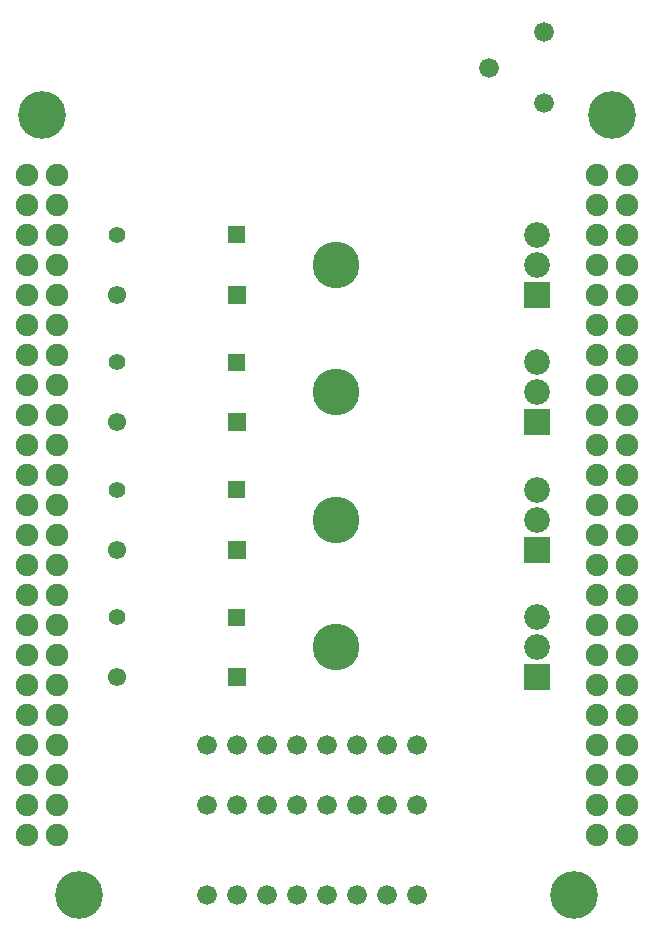
<source format=gbr>
G04 start of page 7 for group -4062 idx -4062 *
G04 Title: (unknown), soldermask *
G04 Creator: pcb 4.0.2 *
G04 CreationDate: Fri Mar 27 01:18:50 2020 UTC *
G04 For: kevin *
G04 Format: Gerber/RS-274X *
G04 PCB-Dimensions (mil): 6000.00 5000.00 *
G04 PCB-Coordinate-Origin: lower left *
%MOIN*%
%FSLAX25Y25*%
%LNBOTTOMMASK*%
%ADD64C,0.1590*%
%ADD63C,0.0860*%
%ADD62C,0.0660*%
%ADD61C,0.0750*%
%ADD60C,0.1560*%
%ADD59C,0.0560*%
%ADD58C,0.0610*%
%ADD57C,0.0001*%
G54D57*G36*
X86950Y243050D02*Y236950D01*
X93050D01*
Y243050D01*
X86950D01*
G37*
G54D58*X50000Y240000D03*
G54D57*G36*
X87200Y262800D02*Y257200D01*
X92800D01*
Y262800D01*
X87200D01*
G37*
G54D59*X50000Y260000D03*
G54D57*G36*
X86950Y200550D02*Y194450D01*
X93050D01*
Y200550D01*
X86950D01*
G37*
G36*
X87200Y177800D02*Y172200D01*
X92800D01*
Y177800D01*
X87200D01*
G37*
G36*
X86950Y158050D02*Y151950D01*
X93050D01*
Y158050D01*
X86950D01*
G37*
G36*
X87200Y220300D02*Y214700D01*
X92800D01*
Y220300D01*
X87200D01*
G37*
G54D60*X123000Y165000D03*
Y207500D03*
G54D61*X30000Y280000D03*
X20000D03*
Y270000D03*
Y260000D03*
Y250000D03*
Y240000D03*
Y230000D03*
Y220000D03*
X30000Y270000D03*
Y260000D03*
Y250000D03*
Y240000D03*
Y230000D03*
Y220000D03*
G54D58*X50000Y197500D03*
G54D59*Y175000D03*
G54D58*Y155000D03*
G54D59*Y217500D03*
G54D61*X20000Y210000D03*
X30000D03*
Y200000D03*
Y190000D03*
Y180000D03*
X20000Y200000D03*
Y190000D03*
Y180000D03*
Y170000D03*
Y160000D03*
Y150000D03*
Y140000D03*
X30000Y170000D03*
Y160000D03*
Y150000D03*
Y140000D03*
G54D62*X150000Y90000D03*
G54D57*G36*
X185700Y159300D02*Y150700D01*
X194300D01*
Y159300D01*
X185700D01*
G37*
G54D63*X190000Y165000D03*
G54D57*G36*
X185700Y116800D02*Y108200D01*
X194300D01*
Y116800D01*
X185700D01*
G37*
G54D63*X190000Y122500D03*
Y132500D03*
G54D57*G36*
X87200Y135300D02*Y129700D01*
X92800D01*
Y135300D01*
X87200D01*
G37*
G36*
X86950Y115550D02*Y109450D01*
X93050D01*
Y115550D01*
X86950D01*
G37*
G54D59*X50000Y132500D03*
G54D58*Y112500D03*
G54D60*X123000Y122500D03*
G54D61*X20000Y130000D03*
X30000D03*
Y120000D03*
Y110000D03*
Y100000D03*
X20000Y120000D03*
Y110000D03*
Y100000D03*
G54D57*G36*
X185700Y244300D02*Y235700D01*
X194300D01*
Y244300D01*
X185700D01*
G37*
G54D63*X190000Y250000D03*
Y260000D03*
G54D60*X123000Y250000D03*
G54D62*X173996Y315689D03*
X192500Y303878D03*
Y327500D03*
G54D61*X210000Y270000D03*
G54D64*X25000Y300000D03*
X215000D03*
G54D61*X210000Y280000D03*
G54D62*X80000Y90000D03*
X90000D03*
X100000D03*
X120000Y40000D03*
X130000D03*
X110000D03*
X100000D03*
X90000D03*
X80000D03*
X110000Y70000D03*
X100000D03*
X90000D03*
X80000D03*
G54D61*X30000Y60000D03*
Y70000D03*
G54D64*X37500Y40000D03*
G54D61*X20000Y60000D03*
Y70000D03*
Y90000D03*
Y80000D03*
X30000Y90000D03*
Y80000D03*
G54D62*X110000Y90000D03*
X120000D03*
X130000D03*
X140000D03*
X150000Y40000D03*
Y70000D03*
X140000Y40000D03*
X120000Y70000D03*
X140000D03*
X130000D03*
G54D61*X210000Y60000D03*
Y90000D03*
Y80000D03*
Y70000D03*
G54D64*X202500Y40000D03*
G54D61*X220000Y60000D03*
Y70000D03*
Y80000D03*
Y90000D03*
G54D63*X190000Y175000D03*
G54D57*G36*
X185700Y201800D02*Y193200D01*
X194300D01*
Y201800D01*
X185700D01*
G37*
G54D63*X190000Y207500D03*
Y217500D03*
G54D61*X220000Y280000D03*
Y260000D03*
Y250000D03*
Y270000D03*
X210000Y260000D03*
Y250000D03*
Y240000D03*
Y230000D03*
Y220000D03*
Y210000D03*
Y200000D03*
X220000Y180000D03*
Y190000D03*
Y200000D03*
Y210000D03*
Y220000D03*
Y230000D03*
Y240000D03*
X210000Y190000D03*
Y180000D03*
Y170000D03*
Y160000D03*
X220000Y140000D03*
Y150000D03*
Y160000D03*
Y170000D03*
X210000Y150000D03*
Y140000D03*
Y130000D03*
Y120000D03*
Y110000D03*
X220000D03*
X210000Y100000D03*
X220000D03*
Y120000D03*
Y130000D03*
M02*

</source>
